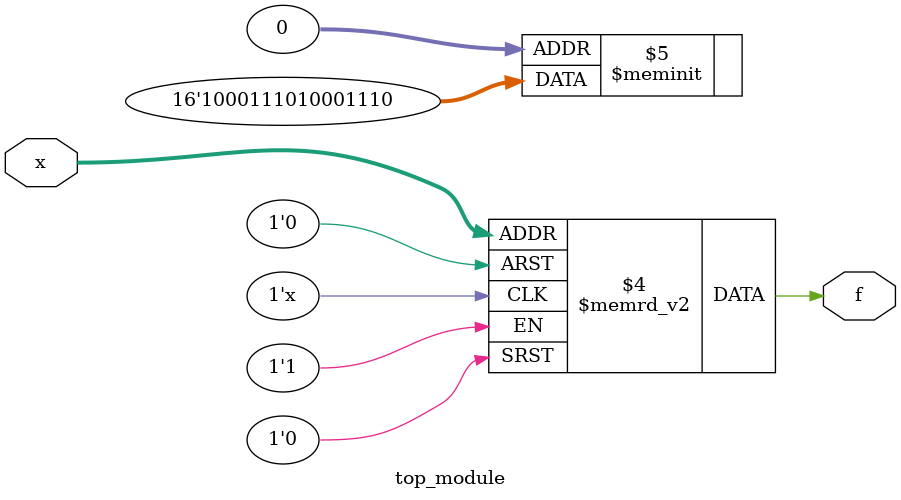
<source format=sv>
module top_module (
    input [4:1] x,
    output logic f
);

always_comb begin
    case (x)
        4'b0000, 4'b0101, 4'b1100, 4'b1101, 4'b1110: f = 1'b0;
        4'b0001, 4'b0011, 4'b0111, 4'b1001, 4'b1010: f = 1'b1;
        4'b0010, 4'b1011, 4'b1111: f = 1'b1; // Previously had f = 1'b0 for these don't-care conditions
        default: f = 1'b0; // Added a default case to handle any other input combinations
    endcase
end

endmodule

</source>
